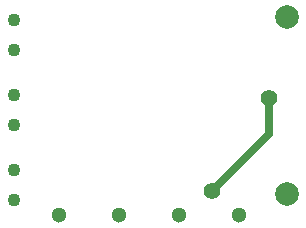
<source format=gbr>
G04 #@! TF.FileFunction,Copper,L1,Top,Signal*
%FSLAX46Y46*%
G04 Gerber Fmt 4.6, Leading zero omitted, Abs format (unit mm)*
G04 Created by KiCad (PCBNEW 4.0.2+e4-6225~38~ubuntu15.10.1-stable) date Thu 01 Dec 2016 10:49:50 PM CET*
%MOMM*%
G01*
G04 APERTURE LIST*
%ADD10C,0.100000*%
%ADD11C,1.100000*%
%ADD12C,1.300000*%
%ADD13C,1.998980*%
%ADD14C,1.400000*%
%ADD15C,0.700000*%
G04 APERTURE END LIST*
D10*
D11*
X3810000Y11430000D03*
X3810000Y13970000D03*
D12*
X22860000Y3810000D03*
X17780000Y3810000D03*
X7620000Y3810000D03*
X12700000Y3810000D03*
D11*
X3810000Y7620000D03*
X3810000Y5080000D03*
X3810000Y17780000D03*
X3810000Y20320000D03*
D13*
X26924000Y20574000D03*
X26924000Y5574000D03*
D14*
X25400000Y13716000D03*
X20574000Y5842000D03*
D15*
X25400000Y10668000D02*
X25400000Y13716000D01*
X20574000Y5842000D02*
X25400000Y10668000D01*
M02*

</source>
